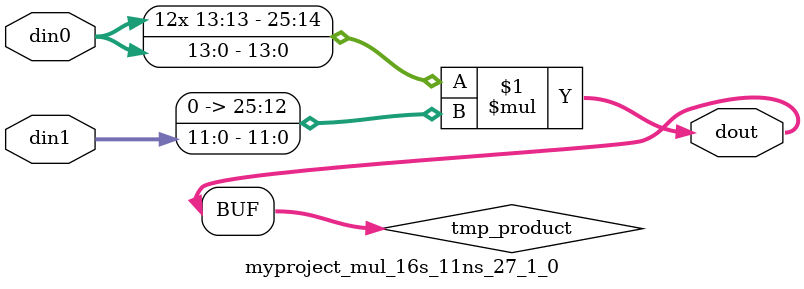
<source format=v>

`timescale 1 ns / 1 ps

  module myproject_mul_16s_11ns_27_1_0(din0, din1, dout);
parameter ID = 1;
parameter NUM_STAGE = 0;
parameter din0_WIDTH = 14;
parameter din1_WIDTH = 12;
parameter dout_WIDTH = 26;

input [din0_WIDTH - 1 : 0] din0; 
input [din1_WIDTH - 1 : 0] din1; 
output [dout_WIDTH - 1 : 0] dout;

wire signed [dout_WIDTH - 1 : 0] tmp_product;












assign tmp_product = $signed(din0) * $signed({1'b0, din1});









assign dout = tmp_product;







endmodule

</source>
